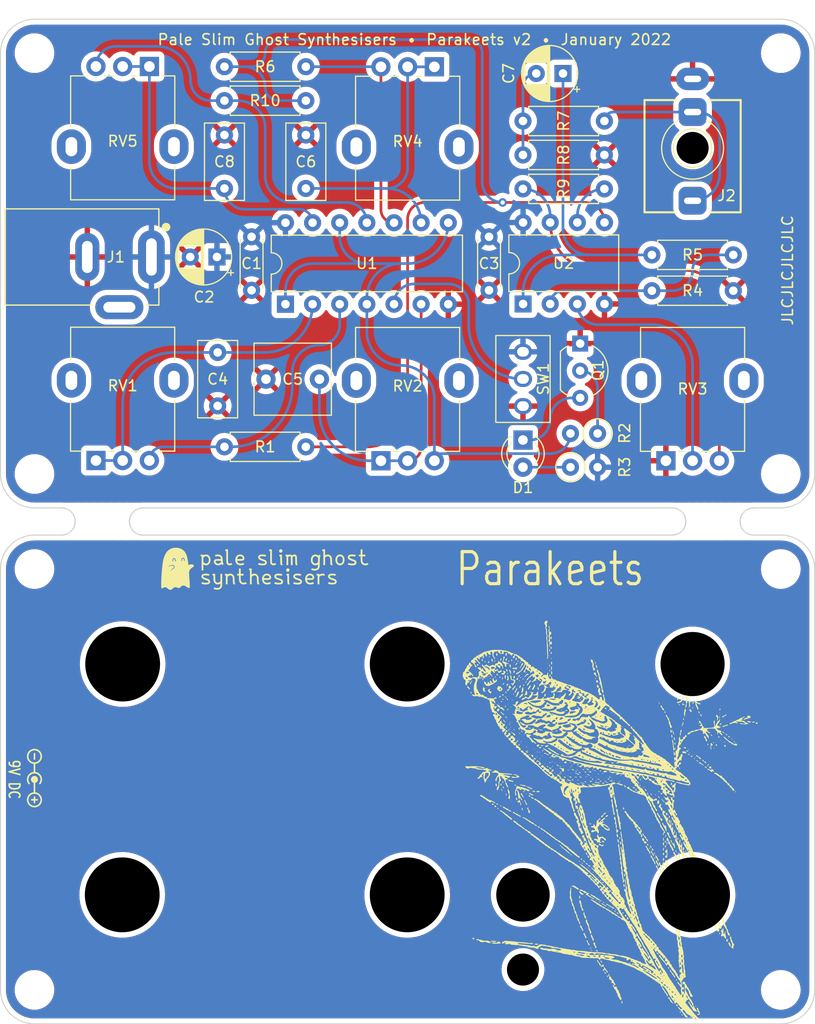
<source format=kicad_pcb>
(kicad_pcb (version 20211014) (generator pcbnew)
  (layers (0 "F.Cu" signal) (31 "B.Cu" signal) (34 "B.Paste" user) (35 "F.Paste" user) (36 "B.SilkS" user "B.Silkscreen") (37 "F.SilkS" user "F.Silkscreen") (38 "B.Mask" user) (39 "F.Mask" user) (44 "Edge.Cuts" user))
  (net 0 "")
  (net 1 "+9V")
  (net 2 "GND")
  (net 3 "Net-(C7-Pad2)")
  (net 4 "Net-(C4-Pad1)")
  (net 5 "Net-(C5-Pad1)")
  (net 6 "Net-(C8-Pad1)")
  (net 7 "Net-(C6-Pad1)")
  (net 8 "Net-(C7-Pad1)")
  (net 9 "Net-(D1-Pad1)")
  (net 10 "Net-(D1-Pad2)")
  (net 12 "Net-(J2-PadR)")
  (net 13 "Net-(Q1-Pad2)")
  (net 14 "Net-(R1-Pad1)")
  (net 15 "Net-(R2-Pad2)")
  (net 16 "Net-(R1-Pad2)")
  (net 17 "Net-(R4-Pad2)")
  (net 18 "Net-(SW1-Pad2)")
  (net 19 "Net-(R6-Pad1)")
  (net 20 "Net-(R9-Pad1)")
  (net 21 "Net-(R9-Pad2)")
  (net 22 "Net-(R10-Pad1)")
  (net 23 "Net-(RV3-Pad2)")
  (footprint "" (layer "F.Cu") (at 182.88 48.26)
    (fp_text reference "" (at 0 0) (layer "F.SilkS") (effects (font (size 1.27 1.27))))
    (fp_text value "" (at 0 0) (layer "F.SilkS") (effects (font (size 1.27 1.27))))
  )
  (footprint "" (layer "F.Cu") (at 114.3 29.21)
    (fp_text reference "" (at 0 0) (layer "F.SilkS") (effects (font (size 1.27 1.27))))
    (fp_text value "" (at 0 0) (layer "F.SilkS") (effects (font (size 1.27 1.27))))
    (pad "" np_thru_hole circle locked (at 0.635 0.635) (size 2.7 2.7) (drill 2.7) (layers *.Cu *.Mask))
  )
  (footprint "Capacitor_THT:CP_Radial_D5.0mm_P2.50mm" (layer "F.Cu") (at 164.400113 31.75 180)
    (fp_text reference "C7" (at 5.08 0 90) (layer "F.SilkS"))
    (fp_text value "10u")
    (pad "1" thru_hole rect locked (at 0 0 180) (size 1.6 1.6) (drill 0.8) (layers *.Cu *.Mask) (net 8 "Net-(C7-Pad1)"))
    (pad "2" thru_hole circle locked (at 2.5 0 180) (size 1.6 1.6) (drill 0.8) (layers *.Cu *.Mask) (net 3 "Net-(C7-Pad2)"))
  )
  (footprint "Resistor_THT:R_Axial_DIN0207_L6.3mm_D2.5mm_P7.62mm_Horizontal" (layer "F.Cu") (at 168.275 42.545 180)
    (fp_text reference "R9" (at 3.81 0 90) (layer "F.SilkS"))
    (fp_text value "10k")
    (pad "1" thru_hole circle locked (at 0 0 180) (size 1.6 1.6) (drill 0.8) (layers *.Cu *.Mask) (net 20 "Net-(R9-Pad1)"))
    (pad "2" thru_hole oval locked (at 7.62 0 180) (size 1.6 1.6) (drill 0.8) (layers *.Cu *.Mask) (net 21 "Net-(R9-Pad2)"))
  )
  (footprint "Resistor_THT:R_Axial_DIN0207_L6.3mm_D2.5mm_P7.62mm_Horizontal" (layer "F.Cu") (at 132.715 66.675)
    (fp_text reference "R1" (at 3.81 0) (layer "F.SilkS"))
    (fp_text value "1k")
    (pad "1" thru_hole circle locked (at 0 0) (size 1.6 1.6) (drill 0.8) (layers *.Cu *.Mask) (net 14 "Net-(R1-Pad1)"))
    (pad "2" thru_hole oval locked (at 7.62 0) (size 1.6 1.6) (drill 0.8) (layers *.Cu *.Mask) (net 16 "Net-(R1-Pad2)"))
  )
  (footprint "Pale Slim Ghost:Sub Mini Toggle Switch SPDT" (layer "F.Cu") (at 160.655 60.325 180)
    (fp_text reference "SW1" (at -1.905 0 90 unlocked) (layer "F.SilkS"))
    (fp_text value "SW_SPDT")
    (pad "1" thru_hole roundrect (at 0 2.54 180) (size 1.7 1.5) (drill oval 1.1 0.9) (layers *.Cu *.Mask) (roundrect_rratio 0.5) (net 1 "+9V"))
    (pad "2" thru_hole roundrect (at 0 0 180) (size 1.7 1.5) (drill oval 1.1 0.9) (layers *.Cu *.Mask) (roundrect_rratio 0.5) (net 18 "Net-(SW1-Pad2)"))
    (pad "3" thru_hole roundrect (at 0 -2.54 180) (size 1.7 1.5) (drill oval 1.1 0.9) (layers *.Cu *.Mask) (roundrect_rratio 0.5) (net 2 "GND"))
  )
  (footprint "" (layer "F.Cu") (at 119.38 57.805)
    (fp_text reference "" (at 0 0) (layer "F.SilkS") (effects (font (size 1.27 1.27))))
    (fp_text value "" (at 0 0) (layer "F.SilkS") (effects (font (size 1.27 1.27))))
  )
  (footprint "Capacitor_THT:C_Rect_L7.0mm_W3.5mm_P5.00mm" (layer "F.Cu") (at 140.335 42.505 90)
    (fp_text reference "C6" (at 2.5 0 180) (layer "F.SilkS"))
    (fp_text value "220n")
    (pad "1" thru_hole circle locked (at 0 0 90) (size 1.6 1.6) (drill 0.8) (layers *.Cu *.Mask) (net 7 "Net-(C6-Pad1)"))
    (pad "2" thru_hole circle locked (at 5 0 90) (size 1.6 1.6) (drill 0.8) (layers *.Cu *.Mask) (net 2 "GND"))
  )
  (footprint "Pale Slim Ghost:hole 6mm (jack panel)" (layer "F.Cu") (at 176.53 86.995)
    (fp_text reference "REF**" hide)
    (fp_text value "hole 6mm (jack panel)" hide)
    (pad "" np_thru_hole circle (at 0 0) (size 6 6) (drill 6) (layers *.Mask))
  )
  (footprint "Potentiometer_THT:Potentiometer_Alpha_RD901F-40-00D_Single_Vertical" (layer "F.Cu") (at 147.36 67.975 90)
    (fp_text reference "RV2" (at 6.985 2.5) (layer "F.SilkS"))
    (fp_text value "R_Potentiometer")
    (pad "" thru_hole oval (at 7.5 -2.3 180) (size 2.72 3.24) (drill oval 1.1 1.8) (layers *.Cu *.Mask))
    (pad "" thru_hole oval (at 7.5 7.3 180) (size 2.72 3.24) (drill oval 1.1 1.8) (layers *.Cu *.Mask))
    (pad "1" thru_hole rect (at 0 0 180) (size 1.8 1.8) (drill 1) (layers *.Cu *.Mask) (net 5 "Net-(C5-Pad1)"))
    (pad "2" thru_hole circle (at 0 2.5 180) (size 1.8 1.8) (drill 1) (layers *.Cu *.Mask) (net 5 "Net-(C5-Pad1)"))
    (pad "3" thru_hole circle (at 0 5 180) (size 1.8 1.8) (drill 1) (layers *.Cu *.Mask) (net 15 "Net-(R2-Pad2)"))
  )
  (footprint "AudioJacks:Jack_3.5mm_QingPu_WQP-PJ366ST_Vertical" (layer "F.Cu") (at 176.53 38.735 180)
    (fp_text reference "J2" (at -3.175 -4.445) (layer "F.SilkS"))
    (fp_text value "AudioJack3")
    (pad "R" thru_hole roundrect (at 0 3.38 180) (size 2.6 2.6) (drill oval 1.6 0.6) (layers *.Cu *.Mask) (net 12 "Net-(J2-PadR)"))
    (pad "S" thru_hole oval (at 0 6.48 180) (size 3.1 2.1) (drill oval 1.6 0.6) (layers *.Cu *.Mask) (net 2 "GND"))
    (pad "T" thru_hole roundrect (at 0 -4.92 180) (size 2.6 2.6) (drill oval 1.6 0.6) (layers *.Cu *.Mask) (net 12 "Net-(J2-PadR)"))
  )
  (footprint "" (layer "F.Cu") (at 185.42 77.47)
    (fp_text reference "" (at 0 0) (layer "F.SilkS") (effects (font (size 1.27 1.27))))
    (fp_text value "" (at 0 0) (layer "F.SilkS") (effects (font (size 1.27 1.27))))
    (pad "" np_thru_hole circle locked (at -0.635 0.635) (size 2.7 2.7) (drill 2.7) (layers *.Cu *.Mask))
  )
  (footprint "" (layer "F.Cu") (at 185.42 69.85)
    (fp_text reference "" (at 0 0) (layer "F.SilkS") (effects (font (size 1.27 1.27))))
    (fp_text value "" (at 0 0) (layer "F.SilkS") (effects (font (size 1.27 1.27))))
    (pad "" np_thru_hole circle locked (at -0.635 -0.635) (size 2.7 2.7) (drill 2.7) (layers *.Cu *.Mask))
  )
  (footprint "LOGO" (layer "F.Cu") (at 136.525 78.105)
    (fp_text reference "G***" hide)
    (fp_text value "LOGO" hide)
  )
  (footprint "Pale Slim Ghost:hole 6.5mm (potentiometer panel)" (layer "F.Cu") (at 149.82 108.585)
    (fp_text reference "REF**" hide)
    (fp_text value "hole 6.5mm (potentiometer panel)" hide)
    (pad "" np_thru_hole circle (at 0 0) (size 7 7) (drill 7) (layers *.Mask))
  )
  (footprint "Package_DIP:DIP-8_W7.62mm" (layer "F.Cu") (at 160.665 53.31 90)
    (fp_text reference "U2" (at 3.81 3.8 180) (layer "F.SilkS"))
    (fp_text value "NE5532")
    (pad "1" thru_hole rect locked (at 0 0 90) (size 1.6 1.6) (drill 0.8) (layers *.Cu *.Mask) (net 8 "Net-(C7-Pad1)"))
    (pad "2" thru_hole oval locked (at 0 2.54 90) (size 1.6 1.6) (drill 0.8) (layers *.Cu *.Mask) (net 17 "Net-(R4-Pad2)"))
    (pad "3" thru_hole oval locked (at 0 5.08 90) (size 1.6 1.6) (drill 0.8) (layers *.Cu *.Mask) (net 23 "Net-(RV3-Pad2)"))
    (pad "4" thru_hole oval locked (at 0 7.62 90) (size 1.6 1.6) (drill 0.8) (layers *.Cu *.Mask) (net 2 "GND"))
    (pad "5" thru_hole oval locked (at 7.62 7.62 90) (size 1.6 1.6) (drill 0.8) (layers *.Cu *.Mask) (net 16 "Net-(R1-Pad2)"))
    (pad "6" thru_hole oval locked (at 7.62 5.08 90) (size 1.6 1.6) (drill 0.8) (layers *.Cu *.Mask) (net 20 "Net-(R9-Pad1)"))
    (pad "7" thru_hole oval locked (at 7.62 2.54 90) (size 1.6 1.6) (drill 0.8) (layers *.Cu *.Mask) (net 21 "Net-(R9-Pad2)"))
    (pad "8" thru_hole oval locked (at 7.62 0 90) (size 1.6 1.6) (drill 0.8) (layers *.Cu *.Mask) (net 1 "+9V"))
  )
  (footprint "Pale Slim Ghost:hole 3mm (below jack)" (layer "F.Cu") (at 176.53 38.735)
    (fp_text reference "REF**" hide)
    (fp_text value "hole 3mm (below jack)" hide)
    (pad "" np_thru_hole circle (at 0 -0.02) (size 3 3) (drill 3) (layers *.Mask))
  )
  (footprint "Resistor_THT:R_Axial_DIN0207_L6.3mm_D2.5mm_P7.62mm_Horizontal" (layer "F.Cu") (at 180.34 52.07 180)
    (fp_text reference "R4" (at 3.81 0) (layer "F.SilkS"))
    (fp_text value "2.2k")
    (pad "1" thru_hole circle locked (at 0 0 180) (size 1.6 1.6) (drill 0.8) (layers *.Cu *.Mask) (net 2 "GND"))
    (pad "2" thru_hole oval locked (at 7.62 0 180) (size 1.6 1.6) (drill 0.8) (layers *.Cu *.Mask) (net 17 "Net-(R4-Pad2)"))
  )
  (footprint "Pale Slim Ghost:hole 6.5mm (potentiometer panel)" (layer "F.Cu") (at 149.82 86.995)
    (fp_text reference "REF**" hide)
    (fp_text value "hole 6.5mm (potentiometer panel)" hide)
    (pad "" np_thru_hole circle (at 0 0) (size 7 7) (drill 7) (layers *.Mask))
  )
  (footprint "Pale Slim Ghost:mousebite-2.54x5.08mm" (layer "F.Cu") (at 121.285 73.66)
    (fp_text reference "mouse-bite-2mm-slot" hide)
    (fp_text value "VAL**" hide)
    (fp_arc (start -3.81 -1.27) (mid -2.54 0) (end -3.81 1.27) (layer "Edge.Cuts") (width 0.12))
    (fp_arc (start 3.81 1.27) (mid 2.54 0) (end 3.81 -1.27) (layer "Edge.Cuts") (width 0.12))
    (pad "" np_thru_hole circle locked (at 1.524 -1.016) (size 0.508 0.508) (drill 0.508) (layers F&B.Cu *.Mask))
    (pad "" np_thru_hole circle locked (at 2.286 1.016) (size 0.508 0.508) (drill 0.508) (layers F&B.Cu *.Mask))
    (pad "" np_thru_hole circle locked (at -0.762 1.016) (size 0.508 0.508) (drill 0.508) (layers F&B.Cu *.Mask))
    (pad "" np_thru_hole circle locked (at -2.286 1.016) (size 0.508 0.508) (drill 0.508) (layers F&B.Cu *.Mask))
    (pad "" np_thru_hole circle locked (at 0 -1.016) (size 0.508 0.508) (drill 0.508) (layers F&B.Cu *.Mask))
    (pad "" np_thru_hole circle locked (at -0.762 -1.016) (size 0.508 0.508) (drill 0.508) (layers F&B.Cu *.Mask))
    (pad "" np_thru_hole circle locked (at 0.762 -1.016) (size 0.508 0.508) (drill 0.508) (layers F&B.Cu *.Mask))
    (pad "" np_thru_hole circle locked (at -1.524 -1.016) (size 0.508 0.508) (drill 0.508) (layers F&B.Cu *.Mask))
    (pad "" np_thru_hole circle locked (at 1.524 1.016) (size 0.508 0.508) (drill 0.508) (layers F&B.Cu *.Mask))
    (pad "" np_thru_hole circle locked (at 2.286 -1.016) (size 0.508 0.508) (drill 0.508) (layers F&B.Cu *.Mask))
    (pad "" np_thru_hole circle locked (at -2.286 -1.016) (size 0.508 0.508) (drill 0.508) (layers F&B.Cu *.Mask))
    (pad "" np_thru_hole circle locked (at 0.762 1.016) (size 0.508 0.508) (drill 0.508) (layers F&B.Cu *.Mask))
    (pad "" np_thru_hole circle locked (at -1.524 1.016) (size 0.508 0.508) (drill 0.508) (layers F&B.Cu *.Mask))
    (pad "" np_thru_hole circle locked (at 0 1.016) (size 0.508 0.508) (drill 0.508) (layers F&B.Cu *.Mask))
  )
  (footprint "" (layer "F.Cu") (at 162.56 55.265)
    (fp_text reference "" (at 0 0) (layer "F.SilkS") (effects (font (size 1.27 1.27))))
    (fp_text value "" (at 0 0) (layer "F.SilkS") (effects (font (size 1.27 1.27))))
  )
  (footprint "Resistor_THT:R_Axial_DIN0207_L6.3mm_D2.5mm_P7.62mm_Horizontal" (layer "F.Cu") (at 132.715 34.29)
    (fp_text reference "R10" (at 3.81 0) (layer "F.SilkS"))
    (fp_text value "1k")
    (pad "1" thru_hole circle locked (at 0 0) (size 1.6 1.6) (drill 0.8) (layers *.Cu *.Mask) (net 22 "Net-(R10-Pad1)"))
    (pad "2" thru_hole oval locked (at 7.62 0) (size 1.6 1.6) (drill 0.8) (layers *.Cu *.Mask) (net 16 "Net-(R1-Pad2)"))
  )
  (footprint "Package_DIP:DIP-14_W7.62mm" (layer "F.Cu") (at 138.425 53.33 90)
    (fp_text reference "U1" (at 3.81 7.62 180) (layer "F.SilkS"))
    (fp_text value "HEF4093B")
    (pad "1" thru_hole rect locked (at 0 0 90) (size 1.6 1.6) (drill 0.8) (layers *.Cu *.Mask) (net 15 "Net-(R2-Pad2)"))
    (pad "2" thru_hole oval locked (at 0 2.54 90) (size 1.6 1.6) (drill 0.8) (layers *.Cu *.Mask) (net 4 "Net-(C4-Pad1)"))
    (pad "3" thru_hole oval locked (at 0 5.08 90) (size 1.6 1.6) (drill 0.8) (layers *.Cu *.Mask) (net 14 "Net-(R1-Pad1)"))
    (pad "4" thru_hole oval locked (at 0 7.62 90) (size 1.6 1.6) (drill 0.8) (layers *.Cu *.Mask) (net 15 "Net-(R2-Pad2)"))
    (pad "5" thru_hole oval locked (at 0 10.16 90) (size 1.6 1.6) (drill 0.8) (layers *.Cu *.Mask) (net 18 "Net-(SW1-Pad2)"))
    (pad "6" thru_hole oval locked (at 0 12.7 90) (size 1.6 1.6) (drill 0.8) (layers *.Cu *.Mask) (net 5 "Net-(C5-Pad1)"))
    (pad "7" thru_hole oval locked (at 0 15.24 90) (size 1.6 1.6) (drill 0.8) (layers *.Cu *.Mask) (net 2 "GND"))
    (pad "8" thru_hole oval locked (at 7.62 15.24 90) (size 1.6 1.6) (drill 0.8) (layers *.Cu *.Mask) (net 15 "Net-(R2-Pad2)"))
    (pad "9" thru_hole oval locked (at 7.62 12.7 90) (size 1.6 1.6) (drill 0.8) (layers *.Cu *.Mask) (net 7 "Net-(C6-Pad1)"))
    (pad "10" thru_hole oval locked (at 7.62 10.16 90) (size 1.6 1.6) (drill 0.8) (layers *.Cu *.Mask) (net 19 "Net-(R6-Pad1)"))
    (pad "11" thru_hole oval locked (at 7.62 7.62 90) (size 1.6 1.6) (drill 0.8) (layers *.Cu *.Mask) (net 22 "Net-(R10-Pad1)"))
    (pad "12" thru_hole oval locked (at 7.62 5.08 90) (size 1.6 1.6) (drill 0.8) (layers *.Cu *.Mask) (net 15 "Net-(R2-Pad2)"))
    (pad "13" thru_hole oval locked (at 7.62 2.54 90) (size 1.6 1.6) (drill 0.8) (layers *.Cu *.Mask) (net 6 "Net-(C8-Pad1)"))
    (pad "14" thru_hole oval locked (at 7.62 0 90) (size 1.6 1.6) (drill 0.8) (layers *.Cu *.Mask) (net 1 "+9V"))
  )
  (footprint "Capacitor_THT:C_Rect_L7.0mm_W6.5mm_P5.00mm" (layer "F.Cu") (at 141.605 60.345 180)
    (fp_text reference "C5" (at 2.5 0 180) (layer "F.SilkS"))
    (fp_text value "1u")
    (pad "1" thru_hole circle locked (at 0 0 180) (size 1.8 1.8) (drill 0.9) (layers *.Cu *.Mask) (net 5 "Net-(C5-Pad1)"))
    (pad "2" thru_hole circle locked (at 5 0 180) (size 1.8 1.8) (drill 0.9) (layers *.Cu *.Mask) (net 2 "GND"))
  )
  (footprint "" (layer "F.Cu") (at 119.38 40.025)
    (fp_text reference "" (at 0 0) (layer "F.SilkS") (effects (font (size 1.27 1.27))))
    (fp_text value "" (at 0 0) (layer "F.SilkS") (effects (font (size 1.27 1.27))))
  )
  (footprint "Pale Slim Ghost:hole 5mm (sub mini switch panel)" (layer "F.Cu") (at 160.655 108.585)
    (fp_text reference "REF**" hide)
    (fp_text value "hole 5mm (sub mini switch panel)" hide)
    (pad "" np_thru_hole circle (at 0 0) (size 5 5) (drill 5) (layers *.Mask))
  )
  (footprint "Resistor_THT:R_Axial_DIN0207_L6.3mm_D2.5mm_P7.62mm_Horizontal" (layer "F.Cu") (at 168.275 36.195 180)
    (fp_text reference "R7" (at 3.81 0 90) (layer "F.SilkS"))
    (fp_text value "470")
    (pad "1" thru_hole circle locked (at 0 0 180) (size 1.6 1.6) (drill 0.8) (layers *.Cu *.Mask) (net 12 "Net-(J2-PadR)"))
    (pad "2" thru_hole oval locked (at 7.62 0 180) (size 1.6 1.6) (drill 0.8) (layers *.Cu *.Mask) (net 3 "Net-(C7-Pad2)"))
  )
  (footprint "" (layer "F.Cu") (at 114.3 77.47)
    (fp_text reference "" (at 0 0) (layer "F.SilkS") (effects (font (size 1.27 1.27))))
    (fp_text value "" (at 0 0) (layer "F.SilkS") (effects (font (size 1.27 1.27))))
    (pad "" np_thru_hole circle locked (at 0.635 0.635) (size 2.7 2.7) (drill 2.7) (layers *.Cu *.Mask))
  )
  (footprint "Capacitor_THT:C_Rect_L7.0mm_W3.5mm_P5.00mm" (layer "F.Cu") (at 132.715 42.505 90)
    (fp_text reference "C8" (at 2.5 0 180) (layer "F.SilkS"))
    (fp_text value "220n")
    (pad "1" thru_hole circle locked (at 0 0 90) (size 1.6 1.6) (drill 0.8) (layers *.Cu *.Mask) (net 6 "Net-(C8-Pad1)"))
    (pad "2" thru_hole circle locked (at 5 0 90) (size 1.6 1.6) (drill 0.8) (layers *.Cu *.Mask) (net 2 "GND"))
  )
  (footprint "LED_THT:LED_D3.0mm" (layer "F.Cu") (at 160.655 66.04 -90)
    (fp_text reference "D1" (at 4.445 0) (layer "F.SilkS"))
    (fp_text value "LED")
    (pad "1" thru_hole rect locked (at 0 0 270) (size 1.8 1.8) (drill 0.9) (layers *.Cu *.Mask) (net 9 "Net-(D1-Pad1)"))
    (pad "2" thru_hole circle locked (at 2.54 0 270) (size 1.8 1.8) (drill 0.9) (layers *.Cu *.Mask) (net 10 "Net-(D1-Pad2)"))
  )
  (footprint "Potentiometer_THT:Potentiometer_Alpha_RD901F-40-00D_Single_Vertical" (layer "F.Cu") (at 174.03 67.975 90)
    (fp_text reference "RV3" (at 6.71 2.5) (layer "F.SilkS"))
    (fp_text value "R_Potentiometer")
    (pad "" thru_hole oval (at 7.5 -2.3 180) (size 2.72 3.24) (drill oval 1.1 1.8) (layers *.Cu *.Mask))
    (pad "" thru_hole oval (at 7.5 7.3 180) (size 2.72 3.24) (drill oval 1.1 1.8) (layers *.Cu *.Mask))
    (pad "1" thru_hole rect (at 0 0 180) (size 1.8 1.8) (drill 1) (layers *.Cu *.Mask) (net 2 "GND"))
    (pad "2" thru_hole circle (at 0 2.5 180) (size 1.8 1.8) (drill 1) (layers *.Cu *.Mask) (net 23 "Net-(RV3-Pad2)"))
    (pad "3" thru_hole circle (at 0 5 180) (size 1.8 1.8) (drill 1) (layers *.Cu *.Mask) (net 21 "Net-(R9-Pad2)"))
  )
  (footprint "Resistor_THT:R_Axial_DIN0207_L6.3mm_D2.5mm_P2.54mm_Vertical" (layer "F.Cu") (at 167.64 65.425 180)
    (fp_text reference "R2" (at -2.54 0.02 270) (layer "F.SilkS"))
    (fp_text value "1M")
    (pad "1" thru_hole circle locked (at 0 0 180) (size 1.6 1.6) (drill 0.8) (layers *.Cu *.Mask) (net 13 "Net-(Q1-Pad2)"))
    (pad "2" thru_hole oval locked (at 2.54 0 180) (size 1.6 1.6) (drill 0.8) (layers *.Cu *.Mask) (net 15 "Net-(R2-Pad2)"))
  )
  (footprint "" (layer "F.Cu") (at 114.3 118.11)
    (fp_text reference "" (at 0 0) (layer "F.SilkS") (effects (font (size 1.27 1.27))))
    (fp_text value "" (at 0 0) (layer "F.SilkS") (effects (font (size 1.27 1.27))))
    (pad "" np_thru_hole circle locked (at 0.635 -0.635) (size 2.7 2.7) (drill 2.7) (layers *.Cu *.Mask))
  )
  (footprint "" (layer "F.Cu") (at 114.3 69.85)
    (fp_text reference "" (at 0 0) (layer "F.SilkS") (effects (font (size 1.27 1.27))))
    (fp_text value "" (at 0 0) (layer "F.SilkS") (effects (font (size 1.27 1.27))))
    (pad "" np_thru_hole circle locked (at 0.635 -0.635) (size 2.7 2.7) (drill 2.7) (layers *.Cu *.Mask))
  )
  (footprint "Potentiometer_THT:Potentiometer_Alpha_RD901F-40-00D_Single_Vertical" (layer "F.Cu") (at 125.69 31.095 -90)
    (fp_text reference "RV5" (at 6.985 2.5) (layer "F.SilkS"))
    (fp_text value "R_Potentiometer")
    (pad "" thru_hole oval (at 7.5 -2.3) (size 2.72 3.24) (drill oval 1.1 1.8) (layers *.Cu *.Mask))
    (pad "" thru_hole oval (at 7.5 7.3) (size 2.72 3.24) (drill oval 1.1 1.8) (layers *.Cu *.Mask))
    (pad "1" thru_hole rect (at 0 0) (size 1.8 1.8) (drill 1) (layers *.Cu *.Mask) (net 6 "Net-(C8-Pad1)"))
    (pad "2" thru_hole circle (at 0 2.5) (size 1.8 1.8) (drill 1) (layers *.Cu *.Mask) (net 6 "Net-(C8-Pad1)"))
    (pad "3" thru_hole circle (at 0 5) (size 1.8 1.8) (drill 1) (layers *.Cu *.Mask) (net 22 "Net-(R10-Pad1)"))
  )
  (footprint "Capacitor_THT:C_Disc_D4.3mm_W1.9mm_P5.00mm" (layer "F.Cu") (at 135.255 47.03 -90)
    (fp_text reference "C1" (at 2.5 0 180) (layer "F.SilkS"))
    (fp_text value "100n")
    (pad "1" thru_hole circle locked (at 0 0 270) (size 1.6 1.6) (drill 0.8) (layers *.Cu *.Mask) (net 1 "+9V"))
    (pad "2" thru_hole circle locked (at 5 0 270) (size 1.6 1.6) (drill 0.8) (layers *.Cu *.Mask) (net 2 "GND"))
  )
  (footprint "Package_TO_SOT_THT:TO-92_Inline_Wide" (layer "F.Cu") (at 166.01 57.015 -90)
    (fp_text reference "Q1" (at 2.498442 -1.665892 90) (layer "F.SilkS"))
    (fp_text value "2N3904")
    (pad "1" thru_hole rect locked (at 0 0 270) (size 1.5 1.5) (drill 0.8) (layers *.Cu *.Mask) (net 2 "GND"))
    (pad "2" thru_hole circle locked (at 2.54 0 270) (size 1.5 1.5) (drill 0.8) (layers *.Cu *.Mask) (net 13 "Net-(Q1-Pad2)"))
    (pad "3" thru_hole circle locked (at 5.08 0 270) (size 1.5 1.5) (drill 0.8) (layers *.Cu *.Mask) (net 9 "Net-(D1-Pad1)"))
  )
  (footprint "" (layer "F.Cu") (at 185.42 29.21)
    (fp_text reference "" (at 0 0) (layer "F.SilkS") (effects (font (size 1.27 1.27))))
    (fp_text value "" (at 0 0) (layer "F.SilkS") (effects (font (size 1.27 1.27))))
    (pad "" np_thru_hole circle locked (at -0.635 0.635) (size 2.7 2.7) (drill 2.7) (layers *.Cu *.Mask))
  )
  (footprint "Pale Slim Ghost:hole 3mm (below jack)" (layer "F.Cu") (at 160.655 115.575)
    (fp_text reference "REF**" hide)
    (fp_text value "hole 3mm (below jack)" hide)
    (pad "" np_thru_hole circle (at 0 0) (size 3 3) (drill 3) (layers *.Mask))
  )
  (footprint "Potentiometer_THT:Potentiometer_Alpha_RD901F-40-00D_Single_Vertical" (layer "F.Cu") (at 120.69 67.955 90)
    (fp_text reference "RV1" (at 6.995 2.5) (layer "F.SilkS"))
    (fp_text value "R_Potentiometer")
    (pad "" thru_hole oval (at 7.5 7.3 180) (size 2.72 3.24) (drill oval 1.1 1.8) (layers *.Cu *.Mask))
    (pad "" thru_hole oval (at 7.5 -2.3 180) (size 2.72 3.24) (drill oval 1.1 1.8) (layers *.Cu *.Mask))
    (pad "1" thru_hole rect (at 0 0 180) (size 1.8 1.8) (drill 1) (layers *.Cu *.Mask) (net 4 "Net-(C4-Pad1)"))
    (pad "2" thru_hole circle (at 0 2.5 180) (size 1.8 1.8) (drill 1) (layers *.Cu *.Mask) (net 4 "Net-(C4-Pad1)"))
    (pad "3" thru_hole circle (at 0 5 180) (size 1.8 1.8) (drill 1) (layers *.Cu *.Mask) (net 14 "Net-(R1-Pad1)"))
  )
  (footprint "Resistor_THT:R_Axial_DIN0207_L6.3mm_D2.5mm_P7.62mm_Horizontal" (layer "F.Cu") (at 180.34 48.72 180)
    (fp_text reference "R5" (at 3.81 0) (layer "F.SilkS"))
    (fp_text value "2.2k")
    (pad "1" thru_hole circle locked (at 0 0 180) (size 1.6 1.6) (drill 0.8) (layers *.Cu *.Mask) (net 17 "Net-(R4-Pad2)"))
    (pad "2" thru_hole oval locked (at 7.62 0 180) (size 1.6 1.6) (drill 0.8) (layers *.Cu *.Mask) (net 8 "Net-(C7-Pad1)"))
  )
  (footprint "Pale Slim Ghost:CUI_PJ-202A" (layer "F.Cu") (at 119.38 48.915 180)
    (fp_text reference "J1" (at -3.175 0 180) (layer "F.SilkS") (effects (font (size 1.000213 1.000213))))
    (fp_text value "Barrel_Jack_Switch")
    (pad "1" thru_hole oval (at -6.5 0 180) (size 2.5 5) (drill oval 1 3.5) (layers *.Cu *.Mask) (net 1 "+9V"))
    (pad "2" thru_hole oval (at -0.5 0 180) (size 2.25 4.5) (drill oval 1 3) (layers *.Cu *.Mask) (net 2 "GND"))
    (pad "3" thru_hole oval (at -3.5 -4.7 180) (size 4.5 2.25) (drill oval 3 1) (layers *.Cu *.Mask))
  )
  (footprint "" (layer "F.Cu") (at 184.785 77.47)
    (fp_text reference "" (at 0 0) (layer "F.SilkS") (effects (font (size 1.27 1.27))))
    (fp_text value "" (at 0 0) (layer "F.SilkS") (effects (font (size 1.27 1.27))))
  )
  (footprint "Resistor_THT:R_Axial_DIN0207_L6.3mm_D2.5mm_P2.54mm_Vertical" (layer "F.Cu") (at 165.1 68.58)
    (fp_text reference "R3" (at 5.08 0 270) (layer "F.SilkS"))
    (fp_text value "1k")
    (pad "1" thru_hole circle locked (at 0 0) (size 1.6 1.6) (drill 0.8) (layers *.Cu *.Mask) (net 10 "Net-(D1-Pad2)"))
    (pad "2" thru_hole oval locked (at 2.54 0) (size 1.6 1.6) (drill 0.8) (layers *.Cu *.Mask) (net 1 "+9V"))
  )
  (footprint "Pale Slim Ghost:hole 6.5mm (potentiometer panel)" (layer "F.Cu") (at 123.19 86.995)
    (fp_text reference "REF**" hide)
    (fp_text value "hole 6.5mm (potentiometer panel)" hide)
    (pad "" np_thru_hole circle (at 0 0) (size 7 7) (drill 7) (layers *.Mask))
  )
  (footprint "Resistor_THT:R_Axial_DIN0207_L6.3mm_D2.5mm_P7.62mm_Horizontal" (layer "F.Cu") (at 168.275 39.37 180)
    (fp_text reference "R8" (at 3.81 0 90) (layer "F.SilkS"))
    (fp_text value "1k")
    (pad "1" thru_hole circle locked (at 0 0 180) (size 1.6 1.6) (drill 0.8) (layers *.Cu *.Mask) (net 2 "GND"))
    (pad "2" thru_hole oval locked (at 7.62 0 180) (size 1.6 1.6) (drill 0.8) (layers *.Cu *.Mask) (net 3 "Net-(C7-Pad2)"))
  )
  (footprint "Capacitor_THT:CP_Radial_D5.0mm_P2.50mm" (layer "F.Cu") (at 132.015113 48.915 180)
    (fp_text reference "C2" (at 1.205112 -3.75) (layer "F.SilkS"))
    (fp_text value "10u")
    (pad "1" thru_hole rect locked (at 0 0 180) (size 1.6 1.6) (drill 0.8) (layers *.Cu *.Mask) (net 1 "+9V"))
    (pad "2" thru_hole circle locked (at 2.5 0 180) (size 1.6 1.6) (drill 0.8) (layers *.Cu *.Mask) (net 2 "GND"))
  )
  (footprint "" (layer "F.Cu") (at 160.02 62.885)
    (fp_text reference "" (at 0 0) (layer "F.SilkS") (effects (font (size 1.27 1.27))))
    (fp_text value "" (at 0 0) (layer "F.SilkS") (effects (font (size 1.27 1.27))))
  )
  (footprint "Resistor_THT:R_Axial_DIN0207_L6.3mm_D2.5mm_P7.62mm_Horizontal" (layer "F.Cu") (at 140.335 31.115 180)
    (fp_text reference "R6" (at 3.81 0) (layer "F.SilkS"))
    (fp_text value "1k")
    (pad "1" thru_hole circle locked (at 0 0 180) (size 1.6 1.6) (drill 0.8) (layers *.Cu *.Mask) (net 19 "Net-(R6-Pad1)"))
    (pad "2" thru_hole oval locked (at 7.62 0 180) (size 1.6 1.6) (drill 0.8) (layers *.Cu *.Mask) (net 16 "Net-(R1-Pad2)"))
  )
  (footprint "Potentiometer_THT:Potentiometer_Alpha_RD901F-40-00D_Single_Vertical" (layer "F.Cu") (at 152.36 31.125 -90)
    (fp_text reference "RV4" (at 6.985 2.5) (layer "F.SilkS"))
    (fp_text value "R_Potentiometer")
    (pad "" thru_hole oval (at 7.5 7.3) (size 2.72 3.24) (drill oval 1.1 1.8) (layers *.Cu *.Mask))
    (pad "" thru_hole oval (at 7.5 -2.3) (size 2.72 3.24) (drill oval 1.1 1.8) (layers *.Cu *.Mask))
    (pad "1" thru_hole rect (at 0 0) (size 1.8 1.8) (drill 1) (layers *.Cu *.Mask) (net 7 "Net-(C6-Pad1)"))
    (pad "2" thru_hole circle (at 0 2.5) (size 1.8 1.8) (drill 1) (layers *.Cu *.Mask) (net 7 "Net-(C6-Pad1)"))
    (pad "3" thru_hole circle (at 0 5) (size 1.8 1.8) (drill 1) (layers *.Cu *.Mask) (net 19 "Net-(R6-Pad1)"))
  )
  (footprint "LOGO" (layer "F.Cu") (at 168.91 101.6)
    (fp_text reference "G***" hide)
    (fp_text value "LOGO" hide)
  )
  (footprint "Pale Slim Ghost:hole 6.5mm (potentiometer panel)" (layer "F.Cu") (at 123.15 108.585)
    (fp_text reference "REF**" hide)
    (fp_text value "hole 6.5mm (potentiometer panel)" hide)
    (pad "" np_thru_hole circle (at 0 0) (size 7 7) (drill 7) (layers *.Mask))
  )
  (footprint "Pale Slim Ghost:mousebite-2.54x5.08mm" (layer "F.Cu") (at 178.435 73.66)
    (fp_text reference "mouse-bite-2mm-slot" hide)
    (fp_text value "VAL**" hide)
    (fp_arc (start -3.81 -1.27) (mid -2.54 0) (end -3.81 1.27) (layer "Edge.Cuts") (width 0.12))
    (fp_arc (start 3.81 1.27) (mid 2.54 0) (end 3.81 -1.27) (layer "Edge.Cuts") (width 0.12))
    (pad "" np_thru_hole circle locked (at 2.286 1.016) (size 0.508 0.508) (drill 0.508) (layers F&B.Cu *.Mask))
    (pad "" np_thru_hole circle locked (at 1.524 1.016) (size 0.508 0.508) (drill 0.508) (layers F&B.Cu *.Mask))
    (pad "" np_thru_hole circle locked (at -2.286 -1.016) (size 0.508 0.508) (drill 0.508) (layers F&B.Cu *.Mask))
    (pad "" np_thru_hole circle locked (at 0 1.016) (size 0.508 0.508) (drill 0.508) (layers F&B.Cu *.Mask))
    (pad "" np_thru_hole circle locked (at -1.524 -1.016) (size 0.508 0.508) (drill 0.508) (layers F&B.Cu *.Mask))
    (pad "" np_thru_hole circle locked (at -2.286 1.016) (size 0.508 0.508) (drill 0.508) (layers F&B.Cu *.Mask))
    (pad "" np_thru_hole circle locked (at -1.524 1.016) (size 0.508 0.508) (drill 0.508) (layers F&B.Cu *.Mask))
    (pad "" np_thru_hole circle locked (at 0.762 -1.016) (size 0.508 0.508) (drill 0.508) (layers F&B.Cu *.Mask))
    (pad "" np_thru_hole circle locked (at 0.762 1.016) (size 0.508 0.508) (drill 0.508) (layers F&B.Cu *.Mask))
    (pad "" np_thru_hole circle locked (at -0.762 1.016) (size 0.508 0.508) (drill 0.508) (layers F&B.Cu *.Mask))
    (pad "" np_thru_hole circle locked (at 2.286 -1.016) (size 0.508 0.508) (drill 0.508) (layers F&B.Cu *.Mask))
    (pad "" np_thru_hole circle locked (at 0 -1.016) (size 0.508 0.508) (drill 0.508) (layers F&B.Cu *.Mask))
    (pad "" np_thru_hole circle locked (at -0.762 -1.016) (size 0.508 0.508) (drill 0.508) (layers F&B.Cu *.Mask))
    (pad "" np_thru_hole circle locked (at 1.524 -1.016) (size 0.508 0.508) (drill 0.508) (layers F&B.Cu *.Mask))
  )
  (footprint "Pale Slim Ghost:hole 6.5mm (potentiometer panel)" (layer "F.Cu") (at 176.53 108.585)
    (fp_text reference "REF**" hide)
    (fp_text value "hole 6.5mm (potentiometer panel)" hide)
    (pad "" np_thru_hole circle (at 0 0) (size 7 7) (drill 7) (layers *.Mask))
  )
  (footprint "Capacitor_THT:C_Rect_L7.0mm_W3.5mm_P5.00mm" (layer "F.Cu") (at 132.08 57.845 -90)
    (fp_text reference "C4" (at 2.5 0 180) (layer "F.SilkS"))
    (fp_text value "220n")
    (pad "1" thru_hole circle locked (at 0 0 270) (size 1.6 1.6) (drill 0.8) (layers *.Cu *.Mask) (net 4 "Net-(C4-Pad1)"))
    (pad "2" thru_hole circle locked (at 5 0 270) (size 1.6 1.6) (drill 0.8) (layers *.Cu *.Mask) (net 2 "GND"))
  )
  (footprint "Capacitor_THT:C_Disc_D4.3mm_W1.9mm_P5.00mm" (layer "F.Cu") (at 157.48 47.03 -90)
    (fp_text reference "C3" (at 2.5 0) (layer "F.SilkS"))
    (fp_text value "100n")
    (pad "1" thru_hole circle locked (at 0 0 270) (size 1.6 1.6) (drill 0.8) (layers *.Cu *.Mask) (net 1 "+9V"))
    (pad "2" thru_hole circle locked (at 5 0 270) (size 1.6 1.6) (drill 0.8) (layers *.Cu *.Mask) (net 2 "GND"))
  )
  (footprint "" (layer "F.Cu") (at 185.42 118.11)
    (fp_text reference "" (at 0 0) (layer "F.SilkS") (effects (font (size 1.27 1.27))))
    (fp_text value "" (at 0 0) (layer "F.SilkS") (effects (font (size 1.27 1.27))))
    (pad "" np_thru_hole circle locked (at -0.635 -0.635) (size 2.7 2.7) (drill 2.7) (layers *.Cu *.Mask))
  )
  (gr_line (start 114.935 99.441) (end 114.935 99.949) (layer "F.SilkS") (width 0.15))
  (gr_arc (start 114.427 98.171) (mid 114.935 97.155) (end 115.443 98.171) (layer "F.SilkS") (width 0.15))
  (gr_line (start 114.681 99.695) (end 115.189 99.695) (layer "F.SilkS") (width 0.15))
  (gr_circle (center 114.935 95.631) (end 115.57 95.631) (layer "F.SilkS") (width 0.15) (fill none))
  (gr_line (start 114.935 96.266) (end 114.935 97.155) (layer "F.SilkS") (width 0.15))
  (gr_circle (center 114.935 97.79) (end 115.189 97.79) (layer "F.SilkS") (width 0.15) (fill solid))
  (gr_line (start 114.935 95.377) (end 114.935 95.885) (layer "F.SilkS") (width 0.15))
  (gr_circle (center 114.935 99.695) (end 115.57 99.695) (layer "F.SilkS") (width 0.15) (fill none))
  (gr_line (start 114.935 99.06) (end 114.935 98.057405) (layer "F.SilkS") (width 0.15))
  (gr_arc (start 111.76 78.105) (mid 112.689936 75.859936) (end 114.935 74.93) (layer "Edge.Cuts") (width 0.1))
  (gr_arc (start 184.785 74.93) (mid 187.030064 75.859936) (end 187.96 78.105) (layer "Edge.Cuts") (width 0.1))
  (gr_line (start 111.76 117.475) (end 111.76 78.105) (layer "Edge.Cuts") (width 0.1))
  (gr_line (start 114.935 74.93) (end 117.475 74.93) (layer "Edge.Cuts") (width 0.1))
  (gr_line (start 187.96 29.845) (end 187.96 69.215) (layer "Edge.Cuts") (width 0.1))
  (gr_line (start 125.095 74.93) (end 174.625 74.93) (layer "Edge.Cuts") (width 0.1))
  (gr_arc (start 187.96 69.215) (mid 187.030064 71.460064) (end 184.785 72.39) (layer "Edge.Cuts") (width 0.1))
  (gr_arc (start 184.785 26.67) (mid 187.030064 27.599936) (end 187.96 29.845) (layer "Edge.Cuts") (width 0.1))
  (gr_arc (start 111.76 29.845) (mid 112.689936 27.599936) (end 114.935 26.67) (layer "Edge.Cuts") (width 0.1))
  (gr_line (start 182.245 74.93) (end 184.785 74.93) (layer "Edge.Cuts") (width 0.1))
  (gr_line (start 184.785 120.65) (end 114.935 120.65) (layer "Edge.Cuts") (width 0.1))
  (gr_line (start 114.935 72.39) (end 117.475 72.39) (layer "Edge.Cuts") (width 0.1))
  (gr_line (start 187.96 78.105) (end 187.96 117.475) (layer "Edge.Cuts") (width 0.1))
  (gr_arc (start 114.935 120.65) (mid 112.689936 119.720064) (end 111.76 117.475) (layer "Edge.Cuts") (width 0.1))
  (gr_line (start 111.76 29.845) (end 111.76 69.215) (layer "Edge.Cuts") (width 0.1))
  (gr_line (start 114.935 26.67) (end 184.785 26.67) (layer "Edge.Cuts") (width 0.1))
  (gr_arc (start 187.96 117.475) (mid 187.030064 119.720064) (end 184.785 120.65) (layer "Edge.Cuts") (width 0.1))
  (gr_line (start 174.625 72.39) (end 125.095 72.39) (layer "Edge.Cuts") (width 0.1))
  (gr_arc (start 114.935 72.39) (mid 112.689936 71.460064) (end 111.76 69.215) (layer "Edge.Cuts") (width 0.1))
  (gr_line (start 184.785 72.39) (end 182.245 72.39) (layer "Edge.Cuts") (width 0.1))
  (gr_text "Parakeets" (at 163.195 78.105) (layer "F.SilkS") (effects (font (size 3 2.4) (thickness 0.3))))
  (gr_text "JLCJLCJLCJLC\n" (at 185.42 50.165 90) (layer "F.SilkS") (effects (font (size 1 1))))
  (gr_text "9V DC" (at 113.03 97.79 270) (layer "F.SilkS") (effects (font (size 1 0.8))))
  (gr_text "Pale Slim Ghost Synthesisers ∙ Parakeets v2 ∙ January 2022" (at 150.495 28.575) (layer "F.SilkS") (effects (font (size 1 1))))
  (segment (start 160.655 36.195) (end 160.655 32.995113) (width 0.25) (layer "B.Cu") (net 3))
  (segment (start 160.655 39.37) (end 160.655 36.195) (width 0.25) (layer "B.Cu") (net 3))
  (arc (start 160.655 32.995113) (mid 161.019685 32.114685) (end 161.900113 31.75) (width 0.25) (layer "B.Cu") (net 3))
  (segment (start 127.957729 57.845) (end 132.08 57.845) (width 0.25) (layer "B.Cu") (net 4))
  (segment (start 120.69 67.955) (end 123.19 67.955) (width 0.25) (layer "B.Cu") (net 4))
  (segment (start 123.19 67.955) (end 123.19 62.612729) (width 0.25) (layer "B.Cu") (net 4))
  (segment (start 132.08 57.845) (end 136.45 57.845) (width 0.25) (layer "B.Cu") (net 4))
  (arc (start 123.19 62.612729) (mid 124.586435 59.241435) (end 127.957729 57.845) (width 0.25) (layer "B.Cu") (net 4))
  (arc (start 136.45 57.845) (mid 139.642587 56.522587) (end 140.965 53.33) (width 0.25) (layer "B.Cu") (net 4))
  (segment (start 151.125 66.71) (end 151.125 53.33) (width 0.25) (layer "F.Cu") (net 5))
  (arc (start 149.86 67.975) (mid 150.75449 67.60449) (end 151.125 66.71) (width 0.25) (layer "F.Cu") (net 5))
  (segment (start 147.36 67.975) (end 146.21 67.975) (width 0.25) (layer "B.Cu") (net 5))
  (segment (start 141.605 63.37) (end 141.605 60.345) (width 0.25) (layer "B.Cu") (net 5))
  (segment (start 147.36 67.975) (end 149.86 67.975) (width 0.25) (layer "B.Cu") (net 5))
  (arc (start 146.21 67.975) (mid 142.953773 66.626227) (end 141.605 63.37) (width 0.25) (layer "B.Cu") (net 5))
  (segment (start 128.23 42.505) (end 132.715 42.505) (width 0.25) (layer "B.Cu") (net 6))
  (segment (start 134.66 44.45) (end 139.705 44.45) (width 0.25) (layer "B.Cu") (net 6))
  (segment (start 125.69 31.095) (end 125.69 39.965) (width 0.25) (layer "B.Cu") (net 6))
  (segment (start 123.19 31.095) (end 125.69 31.095) (width 0.25) (layer "B.Cu") (net 6))
  (arc (start 139.705 44.45) (mid 140.595955 44.819045) (end 140.965 45.71) (width 0.25) (layer "B.Cu") (net 6))
  (arc (start 132.715 42.505) (mid 133.284677 43.880323) (end 134.66 44.45) (width 0.25) (layer "B.Cu") (net 6))
  (arc (start 125.69 39.965) (mid 126.433949 41.761051) (end 128.23 42.505) (width 0.25) (layer "B.Cu") (net 6))
  (segment (start 140.335 42.505) (end 147.92 42.505) (width 0.25) (layer "B.Cu") (net 7))
  (segment (start 149.86 31.125) (end 149.86 40.565) (width 0.25) (layer "B.Cu") (net 7))
  (segment (start 149.86 31.125) (end 152.36 31.125) (width 0.25) (layer "B.Cu") (net 7))
  (arc (start 149.86 40.565) (mid 149.291787 41.936787) (end 147.92 42.505) (width 0.25) (layer "B.Cu") (net 7))
  (arc (start 147.92 42.505) (mid 150.186277 43.443723) (end 151.125 45.71) (width 0.25) (layer "B.Cu") (net 7))
  (segment (start 164.400113 31.75) (end 164.400113 46.290113) (width 0.25) (layer "B.Cu") (net 8))
  (segment (start 164.205 48.72) (end 166.545 48.72) (width 0.25) (layer "B.Cu") (net 8))
  (segment (start 160.665 53.31) (end 160.665 52.26) (width 0.25) (layer "B.Cu") (net 8))
  (segment (start 166.545 48.72) (end 166.83 48.72) (width 0.25) (layer "B.Cu") (net 8))
  (segment (start 166.83 48.72) (end 172.72 48.72) (width 0.25) (layer "B.Cu") (net 8))
  (arc (start 164.400113 46.290113) (mid 165.11181 48.008303) (end 166.83 48.72) (width 0.25) (layer "B.Cu") (net 8))
  (arc (start 160.665 52.26) (mid 161.701842 49.756842) (end 164.205 48.72) (width 0.25) (layer "B.Cu") (net 8))
  (segment (start 165.235 62.095) (end 166.01 62.095) (width 0.25) (layer "B.Cu") (net 9))
  (segment (start 160.655 66.04) (end 161.29 66.04) (width 0.25) (layer "B.Cu") (net 9))
  (arc (start 161.29 66.04) (mid 162.637038 65.482038) (end 163.195 64.135) (width 0.25) (layer "B.Cu") (net 9))
  (arc (start 163.195 64.135) (mid 163.792502 62.692502) (end 165.235 62.095) (width 0.25) (layer "B.Cu") (net 9))
  (segment (start 160.655 68.58) (end 165.1 68.58) (width 0.25) (layer "B.Cu") (net 10))
  (segment (start 169.115 35.355) (end 176.53 35.355) (width 0.25) (layer "B.Cu") (net 12))
  (segment (start 176.53 35.355) (end 176.96 35.355) (width 0.25) (layer "B.Cu") (net 12))
  (segment (start 179.07 37.465) (end 179.07 41.115) (width 0.25) (layer "B.Cu") (net 12))
  (arc (start 168.275 36.195) (mid 168.52103 35.60103) (end 169.115 35.355) (width 0.25) (layer "B.Cu") (net 12))
  (arc (start 179.07 41.115) (mid 178.326051 42.911051) (end 176.53 43.655) (width 0.25) (layer "B.Cu") (net 12))
  (arc (start 176.96 35.355) (mid 178.451995 35.973005) (end 179.07 37.465) (width 0.25) (layer "B.Cu") (net 12))
  (segment (start 167.64 65.425) (end 167.64 61.185) (width 0.25) (layer "B.Cu") (net 13))
  (arc (start 167.64 61.185) (mid 167.162584 60.032416) (end 166.01 59.555) (width 0.25) (layer "B.Cu") (net 13))
  (segment (start 132.715 66.675) (end 126.97 66.675) (width 0.25) (layer "B.Cu") (net 14))
  (segment (start 143.505 55.25) (end 143.505 53.33) (width 0.25) (layer "B.Cu") (net 14))
  (segment (start 132.715 66.675) (end 133.35 66.675) (width 0.25) (layer "B.Cu") (net 14))
  (segment (start 139.065 60.96) (end 139.065 59.69) (width 0.25) (layer "B.Cu") (net 14))
  (arc (start 141.605 57.15) (mid 142.948503 56.593503) (end 143.505 55.25) (width 0.25) (layer "B.Cu") (net 14))
  (arc (start 139.065 59.69) (mid 139.808949 57.893949) (end 141.605 57.15) (width 0.25) (layer "B.Cu") (net 14))
  (arc (start 133.35 66.675) (mid 137.391115 65.001115) (end 139.065 60.96) (width 0.25) (layer "B.Cu") (net 14))
  (arc (start 126.97 66.675) (mid 126.064903 67.049903) (end 125.69 67.955) (width 0.25) (layer "B.Cu") (net 14))
  (segment (start 149.225 49.53) (end 149.845 49.53) (width 0.25) (layer "B.Cu") (net 15))
  (segment (start 152.36 62.19) (end 152.36 67.975) (width 0.25) (layer "B.Cu") (net 15))
  (segment (start 146.045 53.33) (end 146.045 52.71) (width 0.25) (layer "B.Cu") (net 15))
  (segment (start 140.97 49.53) (end 146.05 49.53) (width 0.25) (layer "B.Cu") (net 15))
  (segment (start 146.05 49.53) (end 149.225 49.53) (width 0.25) (layer "B.Cu") (net 15))
  (segment (start 138.425 53.33) (end 138.425 52.075) (width 0.25) (layer "B.Cu") (net 15))
  (segment (start 143.505 45.71) (end 143.505 46.985) (width 0.25) (layer "B.Cu") (net 15))
  (segment (start 153.025 67.31) (end 163.215 67.31) (width 0.25) (layer "B.Cu") (net 15))
  (segment (start 146.045 53.33) (end 146.045 55.875) (width 0.25) (layer "B.Cu") (net 15))
  (arc (start 149.845 49.53) (mid 152.546148 48.411148) (end 153.665 45.71) (width 0.25) (layer "B.Cu") (net 15))
  (arc (start 152.36 67.975) (mid 152.554774 67.504774) (end 153.025 67.31) (width 0.25) (layer "B.Cu") (net 15))
  (arc (start 149.225 59.055) (mid 151.44178 59.97322) (end 152.36 62.19) (width 0.25) (layer "B.Cu") (net 15))
  (arc (start 146.045 52.71) (mid 146.9764 50.4614) (end 149.225 49.53) (width 0.25) (layer "B.Cu") (net 15))
  (arc (start 143.505 46.985) (mid 144.250413 48.784587) (end 146.05 49.53) (width 0.25) (layer "B.Cu") (net 15))
  (arc (start 138.425 52.075) (mid 139.170413 50.275413) (end 140.97 49.53) (width 0.25) (layer "B.Cu") (net 15))
  (arc (start 163.215 67.31) (mid 164.547896 66.757896) (end 165.1 65.425) (width 0.25) (layer "B.Cu") (net 15))
  (arc (start 146.045 55.875) (mid 146.9764 58.1236) (end 149.225 59.055) (width 0.25) (layer "B.Cu") (net 15))
  (segment (start 140.335 66.675) (end 146.05 66.675) (width 0.25) (layer "F.Cu") (net 16))
  (segment (start 151.765 43.815) (end 158.75 43.815) (width 0.25) (layer "F.Cu") (net 16))
  (segment (start 149.86 62.865) (end 149.86 45.3847) (width 0.25) (layer "F.Cu") (net 16))
  (segment (start 158.75 43.815) (end 166.41 43.815) (width 0.25) (layer "F.Cu") (net 16))
  (segment (start 151.4297 43.815) (end 151.765 43.815) (width 0.25) (layer "F.Cu") (net 16))
  (via (at 158.75 43.815) (size 0.8) (drill 0.4) (layers "F.Cu" "B.Cu") (net 16))
  (arc (start 146.05 66.675) (mid 148.744077 65.559077) (end 149.86 62.865) (width 0.25) (layer "F.Cu") (net 16))
  (arc (start 166.41 43.815) (mid 167.735825 44.364175) (end 168.285 45.69) (width 0.25) (layer "F.Cu") (net 16))
  (arc (start 149.86 45.3847) (mid 150.319754 44.274754) (end 151.4297 43.815) (width 0.25) (layer "F.Cu") (net 16))
  (segment (start 137.795 34.29) (end 140.335 34.29) (width 0.25) (layer "B.Cu") (net 16))
  (segment (start 156.845 29.845) (end 156.845 41.91) (width 0.25) (layer "B.Cu") (net 16))
  (segment (start 137.795 28.575) (end 155.575 28.575) (width 0.25) (layer "B.Cu") (net 16))
  (segment (start 134.62 31.115) (end 135.255 31.115) (width 0.25) (layer "B.Cu") (net 16))
  (segment (start 132.715 31.115) (end 134.62 31.115) (width 0.25) (layer "B.Cu") (net 16))
  (arc (start 134.62 31.115) (mid 135.967038 31.672962) (end 136.525 33.02) (width 0.25) (layer "B.Cu") (net 16))
  (arc (start 135.255 31.115) (mid 136.153026 30.743026) (end 136.525 29.845) (width 0.25) (layer "B.Cu") (net 16))
  (arc (start 136.525 33.02) (mid 136.896974 33.918026) (end 137.795 34.29) (width 0.25) (layer "B.Cu") (net 16))
  (arc (start 136.525 29.845) (mid 136.896974 28.946974) (end 137.795 28.575) (width 0.25) (layer "B.Cu") (net 16))
  (arc (start 156.845 41.91) (mid 157.402962 43.257038) (end 158.75 43.815) (width 0.25) (layer "B.Cu") (net 16))
  (arc (start 155.575 28.575) (mid 156.473026 28.946974) (end 156.845 29.845) (width 0.25) (layer "B.Cu") (net 16))
  (segment (start 177.975 48.72) (end 180.34 48.72) (width 0.25) (layer "B.Cu") (net 17))
  (segment (start 164.445 52.07) (end 172.72 52.07) (width 0.25) (layer "B.Cu") (net 17))
  (segment (start 172.72 52.07) (end 174.625 52.07) (width 0.25) (layer "B.Cu") (net 17))
  (arc (start 174.625 52.07) (mid 175.972038 51.512038) (end 176.53 50.165) (width 0.25) (layer "B.Cu") (net 17))
  (arc (start 176.53 50.165) (mid 176.953231 49.143231) (end 177.975 48.72) (width 0.25) (layer "B.Cu") (net 17))
  (arc (start 163.205 53.31) (mid 163.568188 52.433188) (end 164.445 52.07) (width 0.25) (layer "B.Cu") (net 17))
  (segment (start 155.575 53.34) (end 155.575 55.245) (width 0.25) (layer "B.Cu") (net 18))
  (segment (start 150.48 51.435) (end 153.67 51.435) (width 0.25) (layer "B.Cu") (net 18))
  (arc (start 153.67 51.435) (mid 155.017038 51.992962) (end 155.575 53.34) (width 0.25) (layer "B.Cu") (net 18))
  (arc (start 148.585 53.33) (mid 149.140033 51.990033) (end 150.48 51.435) (width 0.25) (layer "B.Cu") (net 18))
  (arc (start 155.575 55.245) (mid 157.062898 58.837102) (end 160.655 60.325) (width 0.25) (layer "B.Cu") (net 18))
  (segment (start 147.36 44.485) (end 147.36 31.125) (width 0.25) (layer "F.Cu") (net 19))
  (arc (start 148.585 45.71) (mid 147.718794 45.351206) (end 147.36 44.485) (width 0.25) (layer "F.Cu") (net 19))
  (segment (start 140.335 31.115) (end 147.35 31.115) (width 0.25) (layer "B.Cu") (net 19))
  (arc (start 147.35 31.115) (mid 147.357071 31.117929) (end 147.36 31.125) (width 0.25) (layer "B.Cu") (net 19))
  (segment (start 165.745 45.69) (end 165.745 45.075) (width 0.25) (layer "B.Cu") (net 20))
  (arc (start 165.745 45.075) (mid 166.48602 43.28602) (end 168.275 42.545) (width 0.25) (layer "B.Cu") (net 20))
  (segment (start 179.03 67.975) (end 179.03 53.3) (width 0.25) (layer "F.Cu") (net 21))
  (segment (start 167.68 50.165) (end 175.895 50.165) (width 0.25) (layer "F.Cu") (net 21))
  (arc (start 175.895 50.165) (mid 178.11178 51.08322) (end 179.03 53.3) (width 0.25) (layer "F.Cu") (net 21))
  (arc (start 163.205 45.69) (mid 164.515697 48.854303) (end 167.68 50.165) (width 0.25) (layer "F.Cu") (net 21))
  (segment (start 163.205 45.095) (end 163.205 45.69) (width 0.25) (layer "B.Cu") (net 21))
  (arc (start 160.655 42.545) (mid 162.458122 43.291878) (end 163.205 45.095) (width 0.25) (layer "B.Cu") (net 21))
  (segment (start 136.525 36.83) (end 136.525 41.275) (width 0.25) (layer "B.Cu") (net 22))
  (segment (start 132.715 34.29) (end 131.445 34.29) (width 0.25) (layer "B.Cu") (net 22))
  (segment (start 139.065 43.815) (end 144.15 43.815) (width 0.25) (layer "B.Cu") (net 22))
  (segment (start 132.715 34.29) (end 133.985 34.29) (width 0.25) (layer "B.Cu") (net 22))
  (segment (start 126.365 29.21) (end 122.555 29.21) (width 0.25) (layer "B.Cu") (net 22))
  (arc (start 131.445 34.29) (mid 130.097962 33.732038) (end 129.54 32.385) (width 0.25) (layer "B.Cu") (net 22))
  (arc (start 129.54 32.385) (mid 128.610064 30.139936) (end 126.365 29.21) (width 0.25) (layer "B.Cu") (net 22))
  (arc (start 136.525 41.275) (mid 137.268949 43.071051) (end 139.065 43.815) (width 0.25) (layer "B.Cu") (net 22))
  (arc (start 144.15 43.815) (mid 145.489967 44.370033) (end 146.045 45.71) (width 0.25) (layer "B.Cu") (net 22))
  (arc (start 122.575 29.21) (mid 121.242104 29.762104) (end 120.69 31.095) (width 0.25) (layer "B.Cu") (net 22))
  (arc (start 133.985 34.29) (mid 135.781051 35.033949) (end 136.525 36.83) (width 0.25) (layer "B.Cu") (net 22))
  (segment (start 172.72 55.245) (end 167.68 55.245) (width 0.25) (layer "B.Cu") (net 23))
  (segment (start 176.53 67.975) (end 176.53 59.055) (width 0.25) (layer "B.Cu") (net 23))
  (arc (start 167.68 55.245) (mid 166.311748 54.678252) (end 165.745 53.31) (width 0.25) (layer "B.Cu") (net 23))
  (arc (start 176.53 59.055) (mid 175.414077 56.360923) (end 172.72 55.245) (width 0.25) (layer "B.Cu") (net 23))
  (zone (net 2) (net_name "GND") (layer "F.Cu") (connect_pads (clearance 0.508)) (min_thickness 0.254) (fill yes (thermal_gap 0.508) (thermal_bridge_width 0.508) (island_removal_mode 2) (island_area_min 10))
    (polygon (pts (xy 187.96 72.39) (xy 111.76 72.39) (xy 111.76 26.67) (xy 187.96 26.67)))
  )
  (zone (net 0) (net_name "") (layers F&B.Cu) (connect_pads (clearance 0.508)) (min_thickness 0.254) (fill yes (thermal_gap 0.508) (thermal_bridge_width 0.508) (island_removal_mode 2) (island_area_min 10))
    (polygon (pts (xy 187.96 120.65) (xy 111.76 120.65) (xy 111.76 74.93) (xy 187.96 74.93)))
  )
  (zone (net 0) (net_name "") (layers F&B.Cu) (connect_pads (clearance 0)) (min_thickness 0.254)
    (keepout (tracks allowed) (vias allowed) (pads allowed) (copperpour not_allowed) (footprints allowed))
    (fill (thermal_gap 0.508) (thermal_bridge_width 0.508) (island_removal_mode 2) (island_area_min 10))
    (polygon (pts (xy 125.095001 75.432999) (xy 117.475001 75.432999) (xy 117.475 71.887268) (xy 125.095 71.887268)))
  )
  (zone (net 0) (net_name "") (layers F&B.Cu) (connect_pads (clearance 0)) (min_thickness 0.254)
    (keepout (tracks allowed) (vias allowed) (pads allowed) (copperpour not_allowed) (footprints allowed))
    (fill (thermal_gap 0.508) (thermal_bridge_width 0.508) (island_removal_mode 2) (island_area_min 10))
    (polygon (pts (xy 182.245001 75.432999) (xy 174.625001 75.432999) (xy 174.625 71.887268) (xy 182.245 71.887268)))
  )
  (zone (net 1) (net_name "+9V") (layer "B.Cu") (connect_pads (clearance 0.508)) (min_thickness 0.254) (fill yes (thermal_gap 0.508) (thermal_bridge_width 0.508) (island_removal_mode 2) (island_area_min 10))
    (polygon (pts (xy 187.96 72.39) (xy 111.76 72.39) (xy 111.76 26.67) (xy 187.96 26.67)))
  )
)
</source>
